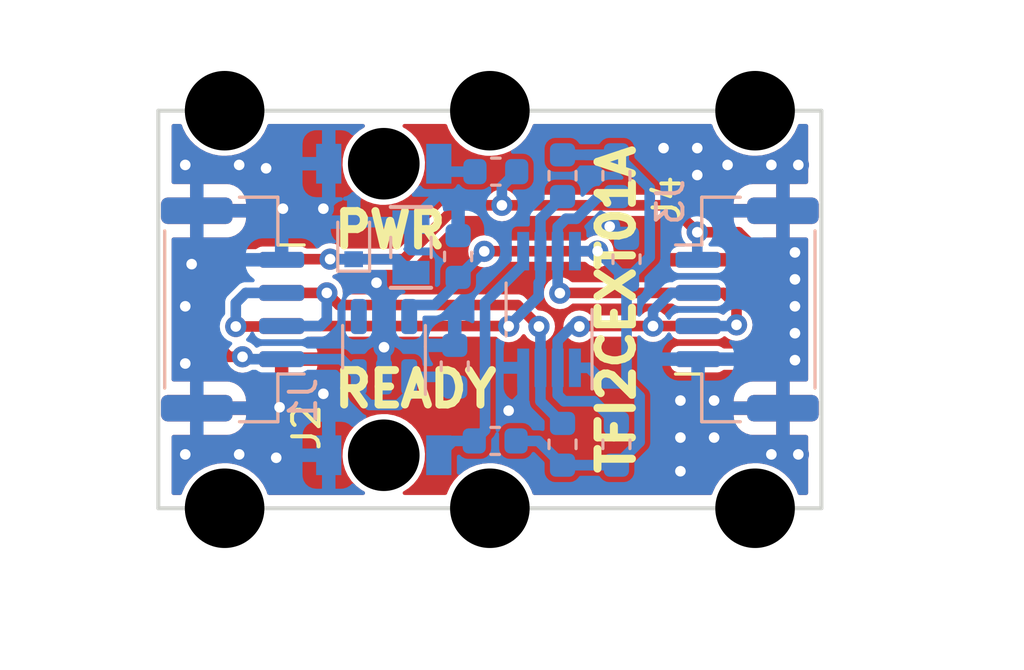
<source format=kicad_pcb>
(kicad_pcb (version 20210228) (generator pcbnew)
  (title_block (title "NAME") (date "%d. %m. %Y") (rev "REV") (company "Mlab www.mlab.cz") (comment 1 "VERSION") (comment 2 "Short description\\nTwo lines are maximum") (comment 3 "nickname <email@example.com>"))
  (layers (0 "F.Cu" jumper) (31 "B.Cu" signal) (36 "B.SilkS" user "B.Silkscreen") (37 "F.SilkS" user "F.Silkscreen") (38 "B.Mask" user) (39 "F.Mask" user) (44 "Edge.Cuts" user))
  (net 0 "")
  (net 1 "GND")
  (net 2 "+3V3")
  (net 3 "+5V")
  (net 4 "Net-(D1-Pad2)")
  (net 5 "Net-(D3-Pad2)")
  (net 6 "/SDAin")
  (net 7 "/SCLin")
  (net 8 "/SCLout")
  (net 9 "/SDAout")
  (footprint "Mlab_Mechanical:dira_3mm" (layer "F.Cu") (at 2.5 0)
    (fp_text reference "M3" hide)
    (fp_text value "HOLE" hide)
    (pad "" np_thru_hole circle locked (at 0 0) (size 3 3) (drill 3) (layers *.Mask))
  )
  (footprint "Mlab_Mechanical:dira_3mm" (layer "F.Cu") (at 2.5 -15)
    (fp_text reference "M4" hide)
    (fp_text value "HOLE" hide)
    (pad "" np_thru_hole circle locked (at 0 0) (size 3 3) (drill 3) (layers *.Mask))
  )
  (footprint "Mlab_Mechanical:dira_3mm" (layer "F.Cu") (at 22.5 -15)
    (fp_text reference "M5" hide)
    (fp_text value "HOLE" hide)
    (pad "" np_thru_hole circle locked (at 0 0) (size 3 3) (drill 3) (layers *.Mask))
  )
  (footprint "Mlab_Mechanical:dira_3mm" (layer "F.Cu") (at 22.606 -14.224)
    (fp_text reference "M2" hide)
    (fp_text value "M3" hide)
  )
  (footprint "Mlab_Mechanical:dira_3mm" (layer "F.Cu") (at 12.5 -15)
    (fp_text reference "M2" hide)
    (fp_text value "HOLE" hide)
    (pad "" np_thru_hole circle locked (at 0 0) (size 3 3) (drill 3) (layers *.Mask))
  )
  (footprint "Mlab_Mechanical:dira_3mm" (layer "F.Cu") (at 22.5 0)
    (fp_text reference "M6" hide)
    (fp_text value "HOLE" hide)
    (pad "" np_thru_hole circle locked (at 0 0) (size 3 3) (drill 3) (layers *.Mask))
  )
  (footprint "Mlab_Mechanical:dira_3mm" (layer "F.Cu") (at 12.5 0)
    (fp_text reference "M1" hide)
    (fp_text value "HOLE" hide)
    (pad "" np_thru_hole circle locked (at 0 0) (size 3 3) (drill 3) (layers *.Mask))
  )
  (footprint "Connector_JST:JST_GH_SM04B-GHS-TB_1x04-1MP_P1.25mm_Horizontal" (layer "F.Cu") (at 2.8 -7.5 -90)
    (fp_text reference "J2" (at 4.452 -2.788 90) (layer "F.SilkS"))
    (fp_text value "SM04B-GHS-TB" hide)
    (fp_line (start -4.235 -1.71) (end -2.435 -1.71) (layer "F.SilkS") (width 0.12))
    (fp_line (start 4.235 -0.26) (end 4.235 -1.71) (layer "F.SilkS") (width 0.12))
    (fp_line (start -4.235 -0.26) (end -4.235 -1.71) (layer "F.SilkS") (width 0.12))
    (fp_line (start -2.965 2.56) (end 2.965 2.56) (layer "F.SilkS") (width 0.12))
    (fp_line (start -2.435 -1.71) (end -2.435 -2.7) (layer "F.SilkS") (width 0.12))
    (fp_line (start 4.235 -1.71) (end 2.435 -1.71) (layer "F.SilkS") (width 0.12))
    (pad "1" smd roundrect locked (at -1.875 -1.85 270) (size 0.6 1.7) (layers "F.Cu" "F.Paste" "F.Mask") (net 3 "+5V"))
    (pad "2" smd roundrect locked (at -0.625 -1.85 270) (size 0.6 1.7) (layers "F.Cu" "F.Paste" "F.Mask") (net 7 "/SCLin"))
    (pad "3" smd roundrect locked (at 0.625 -1.85 270) (size 0.6 1.7) (layers "F.Cu" "F.Paste" "F.Mask") (net 6 "/SDAin"))
    (pad "4" smd roundrect locked (at 1.875 -1.85 270) (size 0.6 1.7) (layers "F.Cu" "F.Paste" "F.Mask") (net 1 "GND"))
    (pad "MP" smd roundrect locked (at 3.725 1.35 270) (size 1 2.7) (layers "F.Cu" "F.Paste" "F.Mask") (net 1 "GND"))
    (pad "MP" smd roundrect locked (at -3.725 1.35 270) (size 1 2.7) (layers "F.Cu" "F.Paste" "F.Mask") (net 1 "GND"))
  )
  (footprint "Connector_JST:JST_GH_SM04B-GHS-TB_1x04-1MP_P1.25mm_Horizontal" (layer "F.Cu") (at 22.2 -7.5 90)
    (fp_text reference "J4" (at 4.184 -3.023 90) (layer "F.SilkS"))
    (fp_text value "SM04B-GHS-TB" hide)
    (fp_line (start -2.965 2.56) (end 2.965 2.56) (layer "F.SilkS") (width 0.12))
    (fp_line (start 4.235 -0.26) (end 4.235 -1.71) (layer "F.SilkS") (width 0.12))
    (fp_line (start 4.235 -1.71) (end 2.435 -1.71) (layer "F.SilkS") (width 0.12))
    (fp_line (start -4.235 -1.71) (end -2.435 -1.71) (layer "F.SilkS") (width 0.12))
    (fp_line (start -2.435 -1.71) (end -2.435 -2.7) (layer "F.SilkS") (width 0.12))
    (fp_line (start -4.235 -0.26) (end -4.235 -1.71) (layer "F.SilkS") (width 0.12))
    (pad "1" smd roundrect locked (at -1.875 -1.85 90) (size 0.6 1.7) (layers "F.Cu" "F.Paste" "F.Mask") (net 3 "+5V"))
    (pad "2" smd roundrect locked (at -0.625 -1.85 90) (size 0.6 1.7) (layers "F.Cu" "F.Paste" "F.Mask") (net 8 "/SCLout"))
    (pad "3" smd roundrect locked (at 0.625 -1.85 90) (size 0.6 1.7) (layers "F.Cu" "F.Paste" "F.Mask") (net 9 "/SDAout"))
    (pad "4" smd roundrect locked (at 1.875 -1.85 90) (size 0.6 1.7) (layers "F.Cu" "F.Paste" "F.Mask") (net 1 "GND"))
    (pad "MP" smd roundrect locked (at -3.725 1.35 90) (size 1 2.7) (layers "F.Cu" "F.Paste" "F.Mask") (net 1 "GND"))
    (pad "MP" smd roundrect locked (at 3.725 1.35 90) (size 1 2.7) (layers "F.Cu" "F.Paste" "F.Mask") (net 1 "GND"))
  )
  (footprint "Mlab_R:SMD-0603" (layer "B.Cu") (at 12.7 -2.54 180)
    (fp_text reference "R4" hide)
    (fp_text value "180R" hide)
    (fp_line (start -0.162779 -0.51) (end 0.162779 -0.51) (layer "B.SilkS") (width 0.12))
    (fp_line (start -0.162779 0.51) (end 0.162779 0.51) (layer "B.SilkS") (width 0.12))
    (pad "1" smd roundrect locked (at -0.7875 0 180) (size 0.875 0.95) (layers "B.Cu" "B.Paste" "B.Mask") (net 2 "+3V3"))
    (pad "2" smd roundrect locked (at 0.7875 0 180) (size 0.875 0.95) (layers "B.Cu" "B.Paste" "B.Mask") (net 5 "Net-(D3-Pad2)"))
  )
  (footprint "Package_SO:VSSOP-8_3.0x3.0mm_P0.65mm" (layer "B.Cu") (at 14.732 -7.5 90)
    (fp_text reference "U2" hide)
    (fp_text value "TCA4307")
    (fp_line (start 1 -1.62) (end -1 -1.62) (layer "B.SilkS") (width 0.12))
    (fp_line (start 0 1.62) (end -3 1.62) (layer "B.SilkS") (width 0.12))
    (pad "1" smd rect locked (at -2.2 0.975 180) (size 0.45 1.45) (layers "B.Cu" "B.Paste" "B.Mask") (net 2 "+3V3"))
    (pad "2" smd rect locked (at -2.2 0.325 180) (size 0.45 1.45) (layers "B.Cu" "B.Paste" "B.Mask") (net 8 "/SCLout"))
    (pad "3" smd rect locked (at -2.2 -0.325 180) (size 0.45 1.45) (layers "B.Cu" "B.Paste" "B.Mask") (net 7 "/SCLin"))
    (pad "4" smd rect locked (at -2.2 -0.975 180) (size 0.45 1.45) (layers "B.Cu" "B.Paste" "B.Mask") (net 1 "GND"))
    (pad "5" smd rect locked (at 2.2 -0.975 180) (size 0.45 1.45) (layers "B.Cu" "B.Paste" "B.Mask") (net 5 "Net-(D3-Pad2)"))
    (pad "6" smd rect locked (at 2.2 -0.325 180) (size 0.45 1.45) (layers "B.Cu" "B.Paste" "B.Mask") (net 6 "/SDAin"))
    (pad "7" smd rect locked (at 2.2 0.325 180) (size 0.45 1.45) (layers "B.Cu" "B.Paste" "B.Mask") (net 9 "/SDAout"))
    (pad "8" smd rect locked (at 2.2 0.975 180) (size 0.45 1.45) (layers "B.Cu" "B.Paste" "B.Mask") (net 2 "+3V3"))
  )
  (footprint "Mlab_D:LED_1206" (layer "B.Cu") (at 8.5 -13 180)
    (fp_text reference "D1" hide)
    (fp_text value "LED GREEN" hide)
    (pad "" np_thru_hole circle locked (at 0 0 180) (size 2.7 2.7) (drill 2.7) (layers *.Mask))
    (pad "1" smd rect locked (at 2.075 0 180) (size 0.95 1.5) (layers "B.Cu" "B.Paste" "B.Mask") (net 1 "GND"))
    (pad "2" smd rect locked (at -2.075 0 180) (size 0.95 1.5) (layers "B.Cu" "B.Paste" "B.Mask") (net 4 "Net-(D1-Pad2)"))
  )
  (footprint "Mlab_R:SMD-0603" (layer "B.Cu") (at 11.176 -5.3595 90)
    (fp_text reference "C2" hide)
    (fp_text value "100nF" hide)
    (fp_line (start -0.162779 0.51) (end 0.162779 0.51) (layer "B.SilkS") (width 0.12))
    (fp_line (start -0.162779 -0.51) (end 0.162779 -0.51) (layer "B.SilkS") (width 0.12))
    (pad "1" smd roundrect locked (at -0.7875 0 90) (size 0.875 0.95) (layers "B.Cu" "B.Paste" "B.Mask") (net 3 "+5V"))
    (pad "2" smd roundrect locked (at 0.7875 0 90) (size 0.875 0.95) (layers "B.Cu" "B.Paste" "B.Mask") (net 1 "GND"))
  )
  (footprint "Diode_SMD:D_SOD-523" (layer "B.Cu") (at 7.366 -10.095 90)
    (fp_text reference "D2" hide)
    (fp_text value "BZX585-B5V6.115" hide)
    (fp_line (start 0.7 -0.6) (end -1.15 -0.6) (layer "B.SilkS") (width 0.12))
    (fp_line (start -1.15 0.6) (end -1.15 -0.6) (layer "B.SilkS") (width 0.12))
    (fp_line (start 0.7 0.6) (end -1.15 0.6) (layer "B.SilkS") (width 0.12))
    (pad "1" smd rect locked (at -0.7 0 270) (size 0.6 0.7) (layers "B.Cu" "B.Paste" "B.Mask") (net 3 "+5V"))
    (pad "2" smd rect locked (at 0.7 0 270) (size 0.6 0.7) (layers "B.Cu" "B.Paste" "B.Mask") (net 1 "GND"))
  )
  (footprint "Mlab_R:SMD-0603" (layer "B.Cu") (at 17.272 -2.413 90)
    (fp_text reference "R5" hide)
    (fp_text value "10k" hide)
    (fp_line (start -0.162779 0.51) (end 0.162779 0.51) (layer "B.SilkS") (width 0.12))
    (fp_line (start -0.162779 -0.51) (end 0.162779 -0.51) (layer "B.SilkS") (width 0.12))
    (pad "1" smd roundrect locked (at -0.7875 0 90) (size 0.875 0.95) (layers "B.Cu" "B.Paste" "B.Mask") (net 2 "+3V3"))
    (pad "2" smd roundrect locked (at 0.7875 0 90) (size 0.875 0.95) (layers "B.Cu" "B.Paste" "B.Mask") (net 8 "/SCLout"))
  )
  (footprint "Mlab_R:SMD-0603" (layer "B.Cu") (at 11.303 -9.4995 90)
    (fp_text reference "C3" hide)
    (fp_text value "1uF")
    (fp_line (start -0.162779 0.51) (end 0.162779 0.51) (layer "B.SilkS") (width 0.12))
    (fp_line (start -0.162779 -0.51) (end 0.162779 -0.51) (layer "B.SilkS") (width 0.12))
    (pad "1" smd roundrect locked (at -0.7875 0 90) (size 0.875 0.95) (layers "B.Cu" "B.Paste" "B.Mask") (net 2 "+3V3"))
    (pad "2" smd roundrect locked (at 0.7875 0 90) (size 0.875 0.95) (layers "B.Cu" "B.Paste" "B.Mask") (net 1 "GND"))
  )
  (footprint "Connector_JST:JST_GH_SM04B-GHS-TB_1x04-1MP_P1.25mm_Horizontal" (layer "B.Cu") (at 2.8 -7.5 90)
    (fp_text reference "J1" (at -3.436 2.661 90) (layer "B.SilkS") (effects (justify mirror)))
    (fp_text value "SM04B-GHS-TB" hide)
    (fp_line (start -4.235 0.26) (end -4.235 1.71) (layer "B.SilkS") (width 0.12))
    (fp_line (start -2.435 1.71) (end -2.435 2.7) (layer "B.SilkS") (width 0.12))
    (fp_line (start 4.235 0.26) (end 4.235 1.71) (layer "B.SilkS") (width 0.12))
    (fp_line (start 4.235 1.71) (end 2.435 1.71) (layer "B.SilkS") (width 0.12))
    (fp_line (start -2.965 -2.56) (end 2.965 -2.56) (layer "B.SilkS") (width 0.12))
    (fp_line (start -4.235 1.71) (end -2.435 1.71) (layer "B.SilkS") (width 0.12))
    (pad "1" smd roundrect locked (at -1.875 1.85 90) (size 0.6 1.7) (layers "B.Cu" "B.Paste" "B.Mask") (net 3 "+5V"))
    (pad "2" smd roundrect locked (at -0.625 1.85 90) (size 0.6 1.7) (layers "B.Cu" "B.Paste" "B.Mask") (net 7 "/SCLin"))
    (pad "3" smd roundrect locked (at 0.625 1.85 90) (size 0.6 1.7) (layers "B.Cu" "B.Paste" "B.Mask") (net 6 "/SDAin"))
    (pad "4" smd roundrect locked (at 1.875 1.85 90) (size 0.6 1.7) (layers "B.Cu" "B.Paste" "B.Mask") (net 1 "GND"))
    (pad "MP" smd roundrect locked (at 3.725 -1.35 90) (size 1 2.7) (layers "B.Cu" "B.Paste" "B.Mask") (net 1 "GND"))
    (pad "MP" smd roundrect locked (at -3.725 -1.35 90) (size 1 2.7) (layers "B.Cu" "B.Paste" "B.Mask") (net 1 "GND"))
  )
  (footprint "Package_TO_SOT_SMD:SOT-23-5" (layer "B.Cu") (at 8.509 -6.096 90)
    (fp_text reference "U1" hide)
    (fp_text value "MIC5504-3.3YM5" hide)
    (fp_line (start 0 -1.56) (end 0.8 -1.56) (layer "B.SilkS") (width 0.12))
    (fp_line (start 0 1.56) (end 0.8 1.56) (layer "B.SilkS") (width 0.12))
    (fp_line (start 0 -1.56) (end -0.8 -1.56) (layer "B.SilkS") (width 0.12))
    (fp_line (start 0 1.56) (end -1.8 1.56) (layer "B.SilkS") (width 0.12))
    (pad "1" smd roundrect locked (at -1.1375 0.95 90) (size 1.325 0.6) (layers "B.Cu" "B.Paste" "B.Mask") (net 3 "+5V"))
    (pad "2" smd roundrect locked (at -1.1375 0 90) (size 1.325 0.6) (layers "B.Cu" "B.Paste" "B.Mask") (net 1 "GND"))
    (pad "3" smd roundrect locked (at -1.1375 -0.95 90) (size 1.325 0.6) (layers "B.Cu" "B.Paste" "B.Mask") (net 3 "+5V"))
    (pad "4" smd roundrect locked (at 1.1375 -0.95 90) (size 1.325 0.6) (layers "B.Cu" "B.Paste" "B.Mask"))
    (pad "5" smd roundrect locked (at 1.1375 0.95 90) (size 1.325 0.6) (layers "B.Cu" "B.Paste" "B.Mask") (net 2 "+3V3"))
  )
  (footprint "Mlab_D:LED_1206" (layer "B.Cu") (at 8.5 -2 180)
    (fp_text reference "D3" hide)
    (fp_text value "LED RED" hide)
    (pad "" np_thru_hole circle locked (at 0 0 180) (size 2.7 2.7) (drill 2.7) (layers *.Mask))
    (pad "1" smd rect locked (at 2.075 0 180) (size 0.95 1.5) (layers "B.Cu" "B.Paste" "B.Mask") (net 1 "GND"))
    (pad "2" smd rect locked (at -2.075 0 180) (size 0.95 1.5) (layers "B.Cu" "B.Paste" "B.Mask") (net 5 "Net-(D3-Pad2)"))
  )
  (footprint "Mlab_R:SMD-0603" (layer "B.Cu") (at 12.7255 -12.7 180)
    (fp_text reference "R1" hide)
    (fp_text value "180R" hide)
    (fp_line (start -0.162779 0.51) (end 0.162779 0.51) (layer "B.SilkS") (width 0.12))
    (fp_line (start -0.162779 -0.51) (end 0.162779 -0.51) (layer "B.SilkS") (width 0.12))
    (pad "1" smd roundrect locked (at -0.7875 0 180) (size 0.875 0.95) (layers "B.Cu" "B.Paste" "B.Mask") (net 3 "+5V"))
    (pad "2" smd roundrect locked (at 0.7875 0 180) (size 0.875 0.95) (layers "B.Cu" "B.Paste" "B.Mask") (net 4 "Net-(D1-Pad2)"))
  )
  (footprint "Mlab_R:SMD-0603" (layer "B.Cu") (at 17.272 -12.5475 -90)
    (fp_text reference "R6" hide)
    (fp_text value "10k")
    (fp_line (start -0.162779 -0.51) (end 0.162779 -0.51) (layer "B.SilkS") (width 0.12))
    (fp_line (start -0.162779 0.51) (end 0.162779 0.51) (layer "B.SilkS") (width 0.12))
    (pad "1" smd roundrect locked (at -0.7875 0 270) (size 0.875 0.95) (layers "B.Cu" "B.Paste" "B.Mask") (net 2 "+3V3"))
    (pad "2" smd roundrect locked (at 0.7875 0 270) (size 0.875 0.95) (layers "B.Cu" "B.Paste" "B.Mask") (net 9 "/SDAout"))
  )
  (footprint "Mlab_R:SMD-0603" (layer "B.Cu") (at 15.24 -2.413 90)
    (fp_text reference "R2" hide)
    (fp_text value "10k")
    (fp_line (start -0.162779 0.51) (end 0.162779 0.51) (layer "B.SilkS") (width 0.12))
    (fp_line (start -0.162779 -0.51) (end 0.162779 -0.51) (layer "B.SilkS") (width 0.12))
    (pad "1" smd roundrect locked (at -0.7875 0 90) (size 0.875 0.95) (layers "B.Cu" "B.Paste" "B.Mask") (net 2 "+3V3"))
    (pad "2" smd roundrect locked (at 0.7875 0 90) (size 0.875 0.95) (layers "B.Cu" "B.Paste" "B.Mask") (net 7 "/SCLin"))
  )
  (footprint "Mlab_R:SMD-0603" (layer "B.Cu") (at 15.24 -12.5475 -90)
    (fp_text reference "R3" hide)
    (fp_text value "10k")
    (fp_line (start -0.162779 0.51) (end 0.162779 0.51) (layer "B.SilkS") (width 0.12))
    (fp_line (start -0.162779 -0.51) (end 0.162779 -0.51) (layer "B.SilkS") (width 0.12))
    (pad "1" smd roundrect locked (at -0.7875 0 270) (size 0.875 0.95) (layers "B.Cu" "B.Paste" "B.Mask") (net 2 "+3V3"))
    (pad "2" smd roundrect locked (at 0.7875 0 270) (size 0.875 0.95) (layers "B.Cu" "B.Paste" "B.Mask") (net 6 "/SDAin"))
  )
  (footprint "Connector_JST:JST_GH_SM04B-GHS-TB_1x04-1MP_P1.25mm_Horizontal" (layer "B.Cu") (at 22.2 -7.5 -90)
    (fp_text reference "J3" (at -4.057 2.896 -90) (layer "B.SilkS") (effects (justify mirror)))
    (fp_text value "SM04B-GHS-TB" hide)
    (fp_line (start -2.965 -2.56) (end 2.965 -2.56) (layer "B.SilkS") (width 0.12))
    (fp_line (start -4.235 0.26) (end -4.235 1.71) (layer "B.SilkS") (width 0.12))
    (fp_line (start 4.235 1.71) (end 2.435 1.71) (layer "B.SilkS") (width 0.12))
    (fp_line (start 4.235 0.26) (end 4.235 1.71) (layer "B.SilkS") (width 0.12))
    (fp_line (start -2.435 1.71) (end -2.435 2.7) (layer "B.SilkS") (width 0.12))
    (fp_line (start -4.235 1.71) (end -2.435 1.71) (layer "B.SilkS") (width 0.12))
    (pad "1" smd roundrect locked (at -1.875 1.85 270) (size 0.6 1.7) (layers "B.Cu" "B.Paste" "B.Mask") (net 3 "+5V"))
    (pad "2" smd roundrect locked (at -0.625 1.85 270) (size 0.6 1.7) (layers "B.Cu" "B.Paste" "B.Mask") (net 8 "/SCLout"))
    (pad "3" smd roundrect locked (at 0.625 1.85 270) (size 0.6 1.7) (layers "B.Cu" "B.Paste" "B.Mask") (net 9 "/SDAout"))
    (pad "4" smd roundrect locked (at 1.875 1.85 270) (size 0.6 1.7) (layers "B.Cu" "B.Paste" "B.Mask") (net 1 "GND"))
    (pad "MP" smd roundrect locked (at 3.725 -1.35 270) (size 1 2.7) (layers "B.Cu" "B.Paste" "B.Mask") (net 1 "GND"))
    (pad "MP" smd roundrect locked (at -3.725 -1.35 270) (size 1 2.7) (layers "B.Cu" "B.Paste" "B.Mask") (net 1 "GND"))
  )
  (footprint "Mlab_R:SMD-0805" (layer "B.Cu") (at 9.525 -9.8425 90)
    (fp_text reference "C1")
    (fp_text value "10uF")
    (fp_line (start -1.524 -0.762) (end -1.524 0.762) (layer "B.SilkS") (width 0.15))
    (fp_line (start 1.524 0.762) (end 1.524 -0.762) (layer "B.SilkS") (width 0.15))
    (fp_line (start -0.381 -0.762) (end 0.381 -0.762) (layer "B.SilkS") (width 0.12))
    (fp_line (start -0.381 0.762) (end 0.381 0.762) (layer "B.SilkS") (width 0.12))
    (pad "1" smd rect locked (at -0.9525 0 90) (size 0.889 1.397) (layers "B.Cu" "B.Paste" "B.Mask") (net 3 "+5V"))
    (pad "2" smd rect locked (at 0.9525 0 90) (size 0.889 1.397) (layers "B.Cu" "B.Paste" "B.Mask") (net 1 "GND"))
  )
  (footprint "Mlab_R:SMD-0603" (layer "B.Cu") (at 17.653 -9.398 90)
    (fp_text reference "C4" hide)
    (fp_text value "100nF" hide)
    (fp_line (start -0.162779 0.51) (end 0.162779 0.51) (layer "B.SilkS") (width 0.12))
    (fp_line (start -0.162779 -0.51) (end 0.162779 -0.51) (layer "B.SilkS") (width 0.12))
    (pad "1" smd roundrect locked (at -0.7875 0 90) (size 0.875 0.95) (layers "B.Cu" "B.Paste" "B.Mask") (net 2 "+3V3"))
    (pad "2" smd roundrect locked (at 0.7875 0 90) (size 0.875 0.95) (layers "B.Cu" "B.Paste" "B.Mask") (net 1 "GND"))
  )
  (gr_line (start 0 -15) (end 25 -15) (layer "Edge.Cuts") (width 0.15))
  (gr_line locked (start 25 -15) (end 25 0) (layer "Edge.Cuts") (width 0.15))
  (gr_line locked (start 0 -15) (end 0 0) (layer "Edge.Cuts") (width 0.15))
  (gr_line locked (start 0 0) (end 25 0) (layer "Edge.Cuts") (width 0.15))
  (gr_text "PWR" (at 6.5 -10.5) (layer "F.SilkS") (effects (font (size 1.3 1.3) (thickness 0.3)) (justify left)))
  (gr_text "READY" (at 6.5 -4.5) (layer "F.SilkS") (effects (font (size 1.3 1.3) (thickness 0.3)) (justify left)))
  (gr_text "TFI2CEXT01A" (at 17.272 -7.5 90) (layer "F.SilkS") (effects (font (size 1.3 1.3) (thickness 0.3))))
  (segment (start 20.35 -9.375) (end 22.121 -9.375) (width 0.3) (layer "F.Cu") (net 1))
  (segment (start 4.699 -11.303) (end 6.223 -11.303) (width 0.4) (layer "F.Cu") (net 1))
  (segment (start 1.256371 -7.860371) (end 1.016 -7.62) (width 0.4) (layer "F.Cu") (net 1))
  (segment (start 1.256371 -9.210907) (end 1.256371 -7.860371) (width 0.4) (layer "F.Cu") (net 1))
  (via (at 23.114 -2.032) (size 0.8) (drill 0.4) (layers "F.Cu" "B.Cu") (net 1))
  (via (at 3.048 -2.032) (size 0.8) (drill 0.4) (layers "F.Cu" "B.Cu") (net 1))
  (via (at 23.114 -12.954) (size 0.8) (drill 0.4) (layers "F.Cu" "B.Cu") (net 1))
  (via (at 20.955 -2.667) (size 0.8) (drill 0.4) (layers "F.Cu" "B.Cu") (net 1))
  (via (at 3.048 -12.954) (size 0.8) (drill 0.4) (layers "F.Cu" "B.Cu") (net 1))
  (via (at 4.445 -1.905) (size 0.8) (drill 0.4) (layers "F.Cu" "B.Cu") (net 1))
  (via (at 6.223 -4.318) (size 0.8) (drill 0.4) (layers "F.Cu" "B.Cu") (net 1))
  (via (at 17.018 -10.6305) (size 0.8) (drill 0.4) (layers "F.Cu" "B.Cu") (net 1))
  (via (at 4.699 -11.303) (size 0.8) (drill 0.4) (layers "F.Cu" "B.Cu") (net 1))
  (via (at 24.003 -6.604) (size 0.8) (drill 0.4) (layers "F.Cu" "B.Cu") (net 1))
  (via (at 19.685 -4.064) (size 0.8) (drill 0.4) (layers "F.Cu" "B.Cu") (net 1))
  (via (at 6.223 -11.303) (size 0.8) (drill 0.4) (layers "F.Cu" "B.Cu") (net 1))
  (via (at 24.003 -9.652) (size 0.8) (drill 0.4) (layers "F.Cu" "B.Cu") (net 1))
  (via (at 20.32 -12.573) (size 0.8) (drill 0.4) (layers "F.Cu" "B.Cu") (net 1))
  (via (at 8.226998 -8.509) (size 0.8) (drill 0.4) (layers "F.Cu" "B.Cu") (net 1))
  (via (at 1.016 -2.032) (size 0.8) (drill 0.4) (layers "F.Cu" "B.Cu") (net 1))
  (via (at 4.064 -12.827) (size 0.8) (drill 0.4) (layers "F.Cu" "B.Cu") (net 1))
  (via (at 19.685 -1.397) (size 0.8) (drill 0.4) (layers "F.Cu" "B.Cu") (net 1))
  (via (at 4.572 -3.81) (size 0.8) (drill 0.4) (layers "F.Cu" "B.Cu") (net 1))
  (via (at 1.016 -12.954) (size 0.8) (drill 0.4) (layers "F.Cu" "B.Cu") (net 1))
  (via (at 24.003 -5.588) (size 0.8) (drill 0.4) (layers "F.Cu" "B.Cu") (net 1))
  (via (at 20.955 -4.064) (size 0.8) (drill 0.4) (layers "F.Cu" "B.Cu") (net 1))
  (via (at 24.13 -12.954) (size 0.8) (drill 0.4) (layers "F.Cu" "B.Cu") (net 1))
  (via (at 24.13 -2.032) (size 0.8) (drill 0.4) (layers "F.Cu" "B.Cu") (net 1))
  (via (at 1.016 -7.62) (size 0.8) (drill 0.4) (layers "F.Cu" "B.Cu") (net 1))
  (via (at 21.463 -12.954) (size 0.8) (drill 0.4) (layers "F.Cu" "B.Cu") (net 1))
  (via (at 19.685 -2.667) (size 0.8) (drill 0.4) (layers "F.Cu" "B.Cu") (net 1))
  (via (at 20.32 -13.589) (size 0.8) (drill 0.4) (layers "F.Cu" "B.Cu") (net 1))
  (via (at 19.05 -13.589) (size 0.8) (drill 0.4) (layers "F.Cu" "B.Cu") (net 1))
  (via (at 1.256371 -9.210907) (size 0.8) (drill 0.4) (layers "F.Cu" "B.Cu") (net 1))
  (via (at 1.016 -5.461) (size 0.8) (drill 0.4) (layers "F.Cu" "B.Cu") (net 1))
  (via (at 24.003 -8.636) (size 0.8) (drill 0.4) (layers "F.Cu" "B.Cu") (net 1))
  (via (at 13.208 -3.683) (size 0.8) (drill 0.4) (layers "F.Cu" "B.Cu") (net 1))
  (via (at 8.509 -6.0755) (size 0.8) (drill 0.4) (layers "F.Cu" "B.Cu") (net 1))
  (via (at 24.003 -7.62) (size 0.8) (drill 0.4) (layers "F.Cu" "B.Cu") (net 1))
  (segment (start 8.426989 -8.309009) (end 8.226998 -8.509) (width 0.4) (layer "B.Cu") (net 1))
  (segment (start 17.463 -10.1855) (end 17.018 -10.6305) (width 0.4) (layer "B.Cu") (net 1))
  (segment (start 9.525 -10.795) (end 10.580489 -11.850489) (width 0.4) (layer "B.Cu") (net 1))
  (segment (start 17.653 -10.1855) (end 17.463 -10.1855) (width 0.4) (layer "B.Cu") (net 1))
  (segment (start 13.757 -5.3) (end 13.757 -4.232) (width 0.4) (layer "B.Cu") (net 1))
  (segment (start 8.509 -6.0755) (end 8.426989 -6.157511) (width 0.4) (layer "B.Cu") (net 1))
  (segment (start 11.303 -11.850489) (end 11.303 -10.287) (width 0.4) (layer "B.Cu") (net 1))
  (segment (start 5.715 -3.81) (end 6.223 -4.318) (width 0.4) (layer "B.Cu") (net 1))
  (segment (start 8.426989 -6.157511) (end 8.426989 -8.309009) (width 0.4) (layer "B.Cu") (net 1))
  (segment (start 7.366 -10.795) (end 9.525 -10.795) (width 0.4) (layer "B.Cu") (net 1))
  (segment (start 1.016 -7.62) (end 1.016 -5.461) (width 0.4) (layer "B.Cu") (net 1))
  (segment (start 8.509 -4.9585) (end 8.509 -6.0755) (width 0.4) (layer "B.Cu") (net 1))
  (segment (start 1.45 -9.404536) (end 1.256371 -9.210907) (width 0.4) (layer "B.Cu") (net 1))
  (segment (start 13.757 -4.232) (end 13.208 -3.683) (width 0.4) (layer "B.Cu") (net 1))
  (segment (start 4.572 -3.81) (end 5.715 -3.81) (width 0.4) (layer "B.Cu") (net 1))
  (segment (start 1.45 -11.225) (end 1.45 -9.404536) (width 0.4) (layer "B.Cu") (net 1))
  (segment (start 10.580489 -11.850489) (end 11.303 -11.850489) (width 0.4) (layer "B.Cu") (net 1))
  (segment (start 16.5635 -9.7) (end 12.299475 -9.7) (width 0.4) (layer "F.Cu") (net 2))
  (segment (start 12.299475 -9.7) (end 12.288875 -9.6894) (width 0.4) (layer "F.Cu") (net 2))
  (via (at 16.5635 -9.7) (size 0.8) (drill 0.4) (layers "F.Cu" "B.Cu") (net 2))
  (via (at 12.288875 -9.694) (size 0.8) (drill 0.4) (layers "F.Cu" "B.Cu") (net 2))
  (segment (start 9.571 -7.669) (end 10.421 -7.669) (width 0.4) (layer "B.Cu") (net 2))
  (segment (start 18.14652 -4.21848) (end 17.653 -4.712) (width 0.4) (layer "B.Cu") (net 2))
  (segment (start 11.303 -8.712) (end 12.2804 -9.6894) (width 0.4) (layer "B.Cu") (net 2))
  (segment (start 16.828 -4.712) (end 17.653 -4.712) (width 0.4) (layer "B.Cu") (net 2))
  (segment (start 13.4875 -2.54) (end 14.3255 -2.54) (width 0.4) (layer "B.Cu") (net 2))
  (segment (start 9.459 -7.2335) (end 9.459 -7.557) (width 0.4) (layer "B.Cu") (net 2))
  (segment (start 17.653 -4.712) (end 17.653 -6.35) (width 0.4) (layer "B.Cu") (net 2))
  (segment (start 15.24 -1.6255) (end 17.272 -1.6255) (width 0.4) (layer "B.Cu") (net 2))
  (segment (start 11.303 -8.712) (end 11.303 -8.551) (width 0.4) (layer "B.Cu") (net 2))
  (segment (start 16.24 -5.3) (end 16.828 -4.712) (width 0.4) (layer "B.Cu") (net 2))
  (segment (start 15.707 -9.7) (end 16.5635 -9.7) (width 0.4) (layer "B.Cu") (net 2))
  (segment (start 15.707 -5.3) (end 16.24 -5.3) (width 0.4) (layer "B.Cu") (net 2))
  (segment (start 11.303 -8.551) (end 10.421 -7.669) (width 0.4) (layer "B.Cu") (net 2))
  (segment (start 12.2804 -9.6894) (end 12.288875 -9.6894) (width 0.4) (layer "B.Cu") (net 2))
  (segment (start 16.129 -13.335) (end 17.272 -13.335) (width 0.4) (layer "B.Cu") (net 2))
  (segment (start 9.459 -6.8525) (end 9.459 -6.882) (width 0.4) (layer "B.Cu") (net 2))
  (segment (start 16.5635 -9.7) (end 17.653 -8.6105) (width 0.4) (layer "B.Cu") (net 2))
  (segment (start 17.272 -1.6255) (end 18.14652 -2.50002) (width 0.4) (layer "B.Cu") (net 2))
  (segment (start 9.459 -7.557) (end 9.571 -7.669) (width 0.4) (layer "B.Cu") (net 2))
  (segment (start 18.52752 -9.48502) (end 18.52752 -12.07948) (width 0.4) (layer "B.Cu") (net 2))
  (segment (start 17.653 -6.35) (end 17.653 -8.6105) (width 0.4) (layer "B.Cu") (net 2))
  (segment (start 18.14652 -2.50002) (end 18.14652 -4.21848) (width 0.4) (layer "B.Cu") (net 2))
  (segment (start 17.653 -8.6105) (end 18.52752 -9.48502) (width 0.4) (layer "B.Cu") (net 2))
  (segment (start 15.24 -13.335) (end 17.272 -13.335) (width 0.4) (layer "B.Cu") (net 2))
  (segment (start 18.52752 -12.07948) (end 17.272 -13.335) (width 0.4) (layer "B.Cu") (net 2))
  (segment (start 14.3255 -2.54) (end 15.24 -1.6255) (width 0.4) (layer "B.Cu") (net 2))
  (segment (start 19.304 -11.43) (end 20.32 -10.414) (width 0.4) (layer "F.Cu") (net 3))
  (segment (start 2.032 -6.35) (end 2.667 -5.715) (width 0.4) (layer "F.Cu") (net 3))
  (segment (start 2.032 -8.233) (end 2.032 -6.35) (width 0.4) (layer "F.Cu") (net 3))
  (segment (start 21.876 -10.414) (end 23.114 -9.176) (width 0.4) (layer "F.Cu") (net 3))
  (segment (start 4.65 -9.375) (end 3.174 -9.375) (width 0.4) (layer "F.Cu") (net 3))
  (segment (start 22.389 -5.625) (end 20.35 -5.625) (width 0.4) (layer "F.Cu") (net 3))
  (segment (start 11.282 -11.43) (end 9.25 -9.398) (width 0.4) (layer "F.Cu") (net 3))
  (segment (start 3.174 -9.375) (end 2.032 -8.233) (width 0.4) (layer "F.Cu") (net 3))
  (segment (start 12.954 -11.43) (end 19.304 -11.43) (width 0.4) (layer "F.Cu") (net 3))
  (segment (start 23.114 -9.176) (end 23.114 -6.35) (width 0.4) (layer "F.Cu") (net 3))
  (segment (start 20.32 -10.414) (end 21.876 -10.414) (width 0.4) (layer "F.Cu") (net 3))
  (segment (start 6.477 -9.398) (end 4.673 -9.398) (width 0.4) (layer "F.Cu") (net 3))
  (segment (start 23.114 -6.35) (end 22.389 -5.625) (width 0.4) (layer "F.Cu") (net 3))
  (segment (start 2.667 -5.715) (end 3.175 -5.715) (width 0.4) (layer "F.Cu") (net 3))
  (segment (start 12.954 -11.43) (end 11.282 -11.43) (width 0.4) (layer "F.Cu") (net 3))
  (segment (start 4.673 -9.398) (end 4.65 -9.375) (width 0.4) (layer "F.Cu") (net 3))
  (segment (start 9.25 -9.398) (end 6.477 -9.398) (width 0.4) (layer "F.Cu") (net 3))
  (via (at 6.477 -9.398) (size 0.8) (drill 0.4) (layers "F.Cu" "B.Cu") (net 3))
  (via (at 12.954 -11.43) (size 0.8) (drill 0.4) (layers "F.Cu" "B.Cu") (net 3))
  (via (at 20.32 -10.414) (size 0.8) (drill 0.4) (layers "F.Cu" "B.Cu") (net 3))
  (via (at 3.175 -5.715) (size 0.8) (drill 0.4) (layers "F.Cu" "B.Cu") (net 3))
  (segment (start 10.7895 -4.9585) (end 11.176 -4.572) (width 0.4) (layer "B.Cu") (net 3))
  (segment (start 9.05948 -3.89648) (end 9.459 -4.296) (width 0.4) (layer "B.Cu") (net 3))
  (segment (start 3.265 -5.625) (end 3.175 -5.715) (width 0.4) (layer "B.Cu") (net 3))
  (segment (start 9.459 -4.9585) (end 10.7895 -4.9585) (width 0.4) (layer "B.Cu") (net 3))
  (segment (start 20.32 -10.414) (end 20.32 -9.405) (width 0.4) (layer "B.Cu") (net 3))
  (segment (start 9.459 -4.296) (end 9.459 -4.9585) (width 0.4) (layer "B.Cu") (net 3))
  (segment (start 7.366 -9.395) (end 6.48 -9.395) (width 0.4) (layer "B.Cu") (net 3))
  (segment (start 12.954 -11.43) (end 12.954 -12.141) (width 0.4) (layer "B.Cu") (net 3))
  (segment (start 4.65 -5.625) (end 3.265 -5.625) (width 0.4) (layer "B.Cu") (net 3))
  (segment (start 6.48 -9.395) (end 6.477 -9.398) (width 0.4) (layer "B.Cu") (net 3))
  (segment (start 7.559 -4.9585) (end 7.559 -4.296) (width 0.4) (layer "B.Cu") (net 3))
  (segment (start 12.954 -12.141) (end 13.513 -12.7) (width 0.4) (layer "B.Cu") (net 3))
  (segment (start 9.02 -9.395) (end 9.525 -8.89) (width 0.4) (layer "B.Cu") (net 3))
  (segment (start 7.366 -9.395) (end 9.02 -9.395) (width 0.4) (layer "B.Cu") (net 3))
  (segment (start 6.8925 -5.625) (end 7.559 -4.9585) (width 0.4) (layer "B.Cu") (net 3))
  (segment (start 4.65 -5.625) (end 4.66452 -5.63952) (width 0.4) (layer "B.Cu") (net 3))
  (segment (start 7.559 -4.296) (end 7.95852 -3.89648) (width 0.4) (layer "B.Cu") (net 3))
  (segment (start 20.32 -9.405) (end 20.35 -9.375) (width 0.4) (layer "B.Cu") (net 3))
  (segment (start 7.95852 -3.89648) (end 9.05948 -3.89648) (width 0.4) (layer "B.Cu") (net 3))
  (segment (start 4.65 -5.625) (end 6.8925 -5.625) (width 0.4) (layer "B.Cu") (net 3))
  (segment (start 11.938 -12.7) (end 10.875 -12.7) (width 0.4) (layer "B.Cu") (net 4))
  (segment (start 10.875 -12.7) (end 10.575 -13) (width 0.4) (layer "B.Cu") (net 4))
  (segment (start 12.319 -2.9465) (end 11.9125 -2.54) (width 0.4) (layer "B.Cu") (net 5))
  (segment (start 12.319 -7.762) (end 12.319 -2.9465) (width 0.4) (layer "B.Cu") (net 5))
  (segment (start 11.9125 -2.54) (end 11.115 -2.54) (width 0.4) (layer "B.Cu") (net 5))
  (segment (start 13.757 -9.2) (end 12.319 -7.762) (width 0.4) (layer "B.Cu") (net 5))
  (segment (start 11.115 -2.54) (end 10.575 -2) (width 0.4) (layer "B.Cu") (net 5))
  (segment (start 13.757 -9.7) (end 13.757 -9.2) (width 0.4) (layer "B.Cu") (net 5))
  (segment (start 13.210557 -6.867778) (end 13.203335 -6.875) (width 0.4) (layer "F.Cu") (net 6))
  (segment (start 4.633 -6.858) (end 4.65 -6.875) (width 0.4) (layer "F.Cu") (net 6))
  (segment (start 2.921 -6.858) (end 4.633 -6.858) (width 0.4) (layer "F.Cu") (net 6))
  (segment (start 13.203335 -6.875) (end 4.65 -6.875) (width 0.4) (layer "F.Cu") (net 6))
  (via (at 2.921 -6.858) (size 0.8) (drill 0.4) (layers "F.Cu" "B.Cu") (net 6))
  (via (at 13.210557 -6.867778) (size 0.8) (drill 0.4) (layers "F.Cu" "B.Cu") (net 6))
  (segment (start 4.65 -8.125) (end 3.299 -8.125) (width 0.4) (layer "B.Cu") (net 6))
  (segment (start 14.339528 -7.996749) (end 14.339528 -8.500332) (width 0.4) (layer "B.Cu") (net 6))
  (segment (start 2.921 -7.747) (end 2.921 -6.858) (width 0.4) (layer "B.Cu") (net 6))
  (segment (start 15.24 -11.76) (end 14.407 -10.927) (width 0.4) (layer "B.Cu") (net 6))
  (segment (start 14.407 -10.927) (end 14.407 -9.7) (width 0.4) (layer "B.Cu") (net 6))
  (segment (start 13.210557 -6.867778) (end 14.339528 -7.996749) (width 0.4) (layer "B.Cu") (net 6))
  (segment (start 14.407 -8.567804) (end 14.407 -9.7) (width 0.4) (layer "B.Cu") (net 6))
  (segment (start 14.339528 -8.500332) (end 14.407 -8.567804) (width 0.4) (layer "B.Cu") (net 6))
  (segment (start 3.299 -8.125) (end 2.921 -7.747) (width 0.4) (layer "B.Cu") (net 6))
  (segment (start 4.65 -8.125) (end 6.353 -8.125) (width 0.4) (layer "F.Cu") (net 7))
  (segment (start 13.541711 -7.667289) (end 14.351 -6.858) (width 0.4) (layer "F.Cu") (net 7))
  (segment (start 6.810711 -7.667289) (end 13.541711 -7.667289) (width 0.4) (layer "F.Cu") (net 7))
  (segment (start 6.353 -8.125) (end 6.810711 -7.667289) (width 0.4) (layer "F.Cu") (net 7))
  (via (at 6.353 -8.125) (size 0.8) (drill 0.4) (layers "F.Cu" "B.Cu") (net 7))
  (via (at 14.351 -6.858) (size 0.8) (drill 0.4) (layers "F.Cu" "B.Cu") (net 7))
  (segment (start 6.113 -6.875) (end 6.353 -7.115) (width 0.4) (layer "B.Cu") (net 7))
  (segment (start 14.407 -6.802) (end 14.407 -5.3) (width 0.4) (layer "B.Cu") (net 7))
  (segment (start 14.351 -6.858) (end 14.407 -6.802) (width 0.4) (layer "B.Cu") (net 7))
  (segment (start 14.407 -5.3) (end 14.407 -4.0335) (width 0.4) (layer "B.Cu") (net 7))
  (segment (start 14.407 -4.0335) (end 15.24 -3.2005) (width 0.4) (layer "B.Cu") (net 7))
  (segment (start 4.65 -6.875) (end 6.113 -6.875) (width 0.4) (layer "B.Cu") (net 7))
  (segment (start 6.353 -7.115) (end 6.353 -8.125) (width 0.4) (layer "B.Cu") (net 7))
  (segment (start 15.875 -6.858) (end 15.892 -6.875) (width 0.4) (layer "F.Cu") (net 8))
  (segment (start 20.35 -6.875) (end 18.652 -6.875) (width 0.4) (layer "F.Cu") (net 8))
  (segment (start 15.892 -6.875) (end 18.652 -6.875) (width 0.4) (layer "F.Cu") (net 8))
  (via (at 15.875 -6.858) (size 0.8) (drill 0.4) (layers "F.Cu" "B.Cu") (net 8))
  (via (at 18.652 -6.875) (size 0.8) (drill 0.4) (layers "F.Cu" "B.Cu") (net 8))
  (segment (start 15.057 -4.28088) (end 15.30036 -4.03752) (width 0.4) (layer "B.Cu") (net 8))
  (segment (start 16.43498 -4.03752) (end 17.272 -3.2005) (width 0.4) (layer "B.Cu") (net 8))
  (segment (start 15.057 -5.3) (end 15.057 -4.28088) (width 0.4) (layer "B.Cu") (net 8))
  (segment (start 18.652 -7.45) (end 18.652 -6.875) (width 0.4) (layer "B.Cu") (net 8))
  (segment (start 15.057 -6.31912) (end 15.057 -5.3) (width 0.4) (layer "B.Cu") (net 8))
  (segment (start 15.30036 -4.03752) (end 16.43498 -4.03752) (width 0.4) (layer "B.Cu") (net 8))
  (segment (start 15.875 -6.858) (end 15.59588 -6.858) (width 0.4) (layer "B.Cu") (net 8))
  (segment (start 15.59588 -6.858) (end 15.057 -6.31912) (width 0.4) (layer "B.Cu") (net 8))
  (segment (start 20.35 -8.125) (end 19.327 -8.125) (width 0.4) (layer "B.Cu") (net 8))
  (segment (start 19.327 -8.125) (end 18.652 -7.45) (width 0.4) (layer "B.Cu") (net 8))
  (segment (start 20.35 -8.125) (end 15.147473 -8.125) (width 0.4) (layer "F.Cu") (net 9))
  (segment (start 21.7995 -7.6405) (end 21.315 -8.125) (width 0.4) (layer "F.Cu") (net 9))
  (segment (start 21.7995 -6.919798) (end 21.7995 -7.6405) (width 0.4) (layer "F.Cu") (net 9))
  (segment (start 15.147473 -8.125) (end 15.139039 -8.116566) (width 0.4) (layer "F.Cu") (net 9))
  (segment (start 21.315 -8.125) (end 20.35 -8.125) (width 0.4) (layer "F.Cu") (net 9))
  (via (at 15.139039 -8.116566) (size 0.8) (drill 0.4) (layers "F.Cu" "B.Cu") (net 9))
  (via (at 21.7995 -6.919798) (size 0.8) (drill 0.4) (layers "F.Cu" "B.Cu") (net 9))
  (segment (start 15.139039 -8.116566) (end 15.057 -8.198605) (width 0.4) (layer "B.Cu") (net 9))
  (segment (start 21.7995 -6.919798) (end 21.754702 -6.875) (width 0.4) (layer "B.Cu") (net 9))
  (segment (start 15.057 -8.198605) (end 15.057 -9.7) (width 0.4) (layer "B.Cu") (net 9))
  (segment (start 21.754702 -6.875) (end 20.35 -6.875) (width 0.4) (layer "B.Cu") (net 9))
  (segment (start 15.057 -9.7) (end 15.057 -10.612) (width 0.4) (layer "B.Cu") (net 9))
  (segment (start 15.36798 -10.92298) (end 15.759416 -10.92298) (width 0.4) (layer "B.Cu") (net 9))
  (segment (start 15.057 -10.612) (end 15.36798 -10.92298) (width 0.4) (layer "B.Cu") (net 9))
  (segment (start 16.596436 -11.76) (end 17.272 -11.76) (width 0.4) (layer "B.Cu") (net 9))
  (segment (start 15.759416 -10.92298) (end 16.596436 -11.76) (width 0.4) (layer "B.Cu") (net 9))
  (zone (net 1) (net_name "GND") (layer "F.Cu") (connect_pads (clearance 0.2)) (min_thickness 0.15) (fill yes (thermal_gap 0.508) (thermal_bridge_width 0.508))
    (polygon (pts (xy 30.734 -18.415) (xy 32.639 6.096) (xy -5.969 4.318) (xy -4.826 -19.177)))
  )
  (zone (net 1) (net_name "GND") (layer "B.Cu") (connect_pads (clearance 0.2)) (min_thickness 0.15) (fill yes (thermal_gap 0.508) (thermal_bridge_width 0.508))
    (polygon (pts (xy 29.21 2.413) (xy -2.667 2.413) (xy -3.048 -17.526) (xy 28.702 -17.526)))
  )
)
</source>
